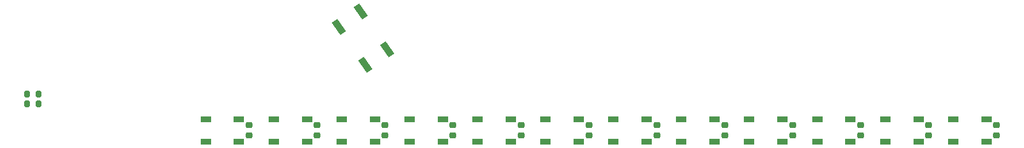
<source format=gbr>
%TF.GenerationSoftware,KiCad,Pcbnew,7.0.5-0*%
%TF.CreationDate,2024-05-11T15:05:49-06:00*%
%TF.ProjectId,rainbow-music-pegasus,7261696e-626f-4772-9d6d-757369632d70,rev?*%
%TF.SameCoordinates,Original*%
%TF.FileFunction,Paste,Bot*%
%TF.FilePolarity,Positive*%
%FSLAX46Y46*%
G04 Gerber Fmt 4.6, Leading zero omitted, Abs format (unit mm)*
G04 Created by KiCad (PCBNEW 7.0.5-0) date 2024-05-11 15:05:49*
%MOMM*%
%LPD*%
G01*
G04 APERTURE LIST*
G04 Aperture macros list*
%AMRoundRect*
0 Rectangle with rounded corners*
0 $1 Rounding radius*
0 $2 $3 $4 $5 $6 $7 $8 $9 X,Y pos of 4 corners*
0 Add a 4 corners polygon primitive as box body*
4,1,4,$2,$3,$4,$5,$6,$7,$8,$9,$2,$3,0*
0 Add four circle primitives for the rounded corners*
1,1,$1+$1,$2,$3*
1,1,$1+$1,$4,$5*
1,1,$1+$1,$6,$7*
1,1,$1+$1,$8,$9*
0 Add four rect primitives between the rounded corners*
20,1,$1+$1,$2,$3,$4,$5,0*
20,1,$1+$1,$4,$5,$6,$7,0*
20,1,$1+$1,$6,$7,$8,$9,0*
20,1,$1+$1,$8,$9,$2,$3,0*%
%AMRotRect*
0 Rectangle, with rotation*
0 The origin of the aperture is its center*
0 $1 length*
0 $2 width*
0 $3 Rotation angle, in degrees counterclockwise*
0 Add horizontal line*
21,1,$1,$2,0,0,$3*%
G04 Aperture macros list end*
%ADD10RotRect,2.200000X1.000000X125.000000*%
%ADD11R,1.500000X0.900000*%
%ADD12RoundRect,0.225000X0.250000X-0.225000X0.250000X0.225000X-0.250000X0.225000X-0.250000X-0.225000X0*%
%ADD13RoundRect,0.200000X0.200000X0.275000X-0.200000X0.275000X-0.200000X-0.275000X0.200000X-0.275000X0*%
%ADD14RoundRect,0.200000X-0.200000X-0.275000X0.200000X-0.275000X0.200000X0.275000X-0.200000X0.275000X0*%
G04 APERTURE END LIST*
D10*
%TO.C,SW2*%
X140087348Y-88658964D03*
X136187028Y-83088730D03*
X136810740Y-90953270D03*
X132910420Y-85383036D03*
%TD*%
D11*
%TO.C,D16*%
X188250000Y-98950000D03*
X188250000Y-102250000D03*
X183350000Y-102250000D03*
X183350000Y-98950000D03*
%TD*%
D12*
%TO.C,C28*%
X199747500Y-101375000D03*
X199747500Y-99825000D03*
%TD*%
D11*
%TO.C,D2*%
X118250000Y-98950000D03*
X118250000Y-102250000D03*
X113350000Y-102250000D03*
X113350000Y-98950000D03*
%TD*%
D12*
%TO.C,C12*%
X119747500Y-101375000D03*
X119747500Y-99825000D03*
%TD*%
D11*
%TO.C,D14*%
X178250000Y-98950000D03*
X178250000Y-102250000D03*
X173350000Y-102250000D03*
X173350000Y-98950000D03*
%TD*%
%TO.C,D10*%
X158250000Y-98950000D03*
X158250000Y-102250000D03*
X153350000Y-102250000D03*
X153350000Y-98950000D03*
%TD*%
D12*
%TO.C,C22*%
X169747500Y-101375000D03*
X169747500Y-99825000D03*
%TD*%
D11*
%TO.C,D22*%
X218250000Y-98950000D03*
X218250000Y-102250000D03*
X213350000Y-102250000D03*
X213350000Y-98950000D03*
%TD*%
D12*
%TO.C,C18*%
X149747500Y-101375000D03*
X149747500Y-99825000D03*
%TD*%
%TO.C,C32*%
X219760000Y-101375000D03*
X219760000Y-99825000D03*
%TD*%
D11*
%TO.C,D12*%
X168250000Y-98950000D03*
X168250000Y-102250000D03*
X163350000Y-102250000D03*
X163350000Y-98950000D03*
%TD*%
D12*
%TO.C,C14*%
X129747500Y-101375000D03*
X129747500Y-99825000D03*
%TD*%
D11*
%TO.C,D8*%
X148250000Y-98950000D03*
X148250000Y-102250000D03*
X143350000Y-102250000D03*
X143350000Y-98950000D03*
%TD*%
%TO.C,D4*%
X128250000Y-98950000D03*
X128250000Y-102250000D03*
X123350000Y-102250000D03*
X123350000Y-98950000D03*
%TD*%
D12*
%TO.C,C34*%
X229750000Y-101375000D03*
X229750000Y-99825000D03*
%TD*%
%TO.C,C26*%
X179747500Y-101375000D03*
X179747500Y-99825000D03*
%TD*%
%TO.C,C30*%
X209750000Y-101375000D03*
X209750000Y-99825000D03*
%TD*%
%TO.C,C20*%
X159747500Y-101375000D03*
X159747500Y-99825000D03*
%TD*%
D11*
%TO.C,D18*%
X198250000Y-98950000D03*
X198250000Y-102250000D03*
X193350000Y-102250000D03*
X193350000Y-98950000D03*
%TD*%
D12*
%TO.C,C24*%
X189747500Y-101375000D03*
X189747500Y-99825000D03*
%TD*%
D13*
%TO.C,R15*%
X88712500Y-96710000D03*
X87062500Y-96710000D03*
%TD*%
D12*
%TO.C,C16*%
X139747500Y-101375000D03*
X139747500Y-99825000D03*
%TD*%
D11*
%TO.C,D6*%
X138250000Y-98950000D03*
X138250000Y-102250000D03*
X133350000Y-102250000D03*
X133350000Y-98950000D03*
%TD*%
%TO.C,D24*%
X228250000Y-98950000D03*
X228250000Y-102250000D03*
X223350000Y-102250000D03*
X223350000Y-98950000D03*
%TD*%
D14*
%TO.C,R16*%
X87062500Y-95240000D03*
X88712500Y-95240000D03*
%TD*%
D11*
%TO.C,D20*%
X208250000Y-98950000D03*
X208250000Y-102250000D03*
X203350000Y-102250000D03*
X203350000Y-98950000D03*
%TD*%
M02*

</source>
